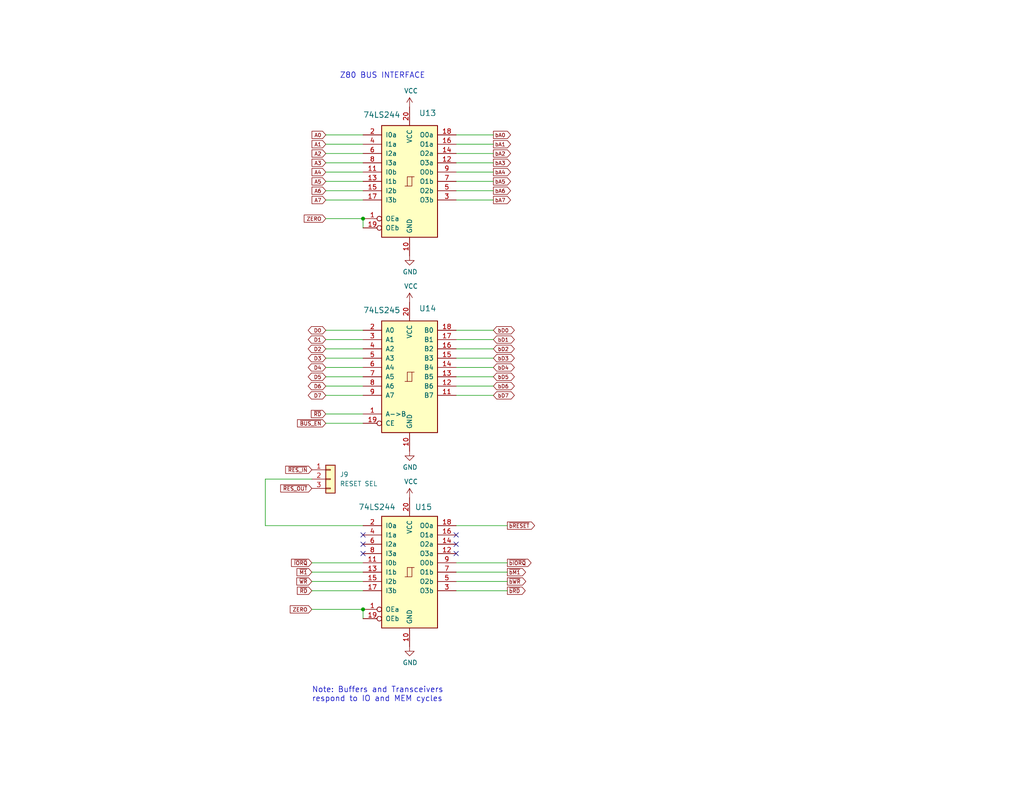
<source format=kicad_sch>
(kicad_sch (version 20211123) (generator eeschema)
  (paper "A")
  (lib_symbols
    (symbol "74xx:74LS244" (pin_names (offset 1.016))
      (property "Reference" "U" (at -7.62 16.51 0))
      (property "Value" "74LS244" (at -7.62 -16.51 0))
      (symbol "74LS244_1_0"
        (polyline (pts (xy -0.635 -1.27) (xy -0.635 1.27) (xy 0.635 1.27)))
        (polyline (pts (xy -1.27 -1.27) (xy 0.635 -1.27) (xy 0.635 1.27) (xy 1.27 1.27)))
        (pin input inverted (at -12.7 -10.16 0) (length 5.08) (name "OEa") (number "1"))
        (pin power_in line (at 0 -20.32 90) (length 5.08) (name "GND") (number "10"))
        (pin input line (at -12.7 2.54 0) (length 5.08) (name "I0b") (number "11"))
        (pin tri_state line (at 12.7 5.08 180) (length 5.08) (name "O3a") (number "12"))
        (pin input line (at -12.7 0 0) (length 5.08) (name "I1b") (number "13"))
        (pin tri_state line (at 12.7 7.62 180) (length 5.08) (name "O2a") (number "14"))
        (pin input line (at -12.7 -2.54 0) (length 5.08) (name "I2b") (number "15"))
        (pin tri_state line (at 12.7 10.16 180) (length 5.08) (name "O1a") (number "16"))
        (pin input line (at -12.7 -5.08 0) (length 5.08) (name "I3b") (number "17"))
        (pin tri_state line (at 12.7 12.7 180) (length 5.08) (name "O0a") (number "18"))
        (pin input inverted (at -12.7 -12.7 0) (length 5.08) (name "OEb") (number "19"))
        (pin input line (at -12.7 12.7 0) (length 5.08) (name "I0a") (number "2"))
        (pin power_in line (at 0 20.32 270) (length 5.08) (name "VCC") (number "20"))
        (pin tri_state line (at 12.7 -5.08 180) (length 5.08) (name "O3b") (number "3"))
        (pin input line (at -12.7 10.16 0) (length 5.08) (name "I1a") (number "4"))
        (pin tri_state line (at 12.7 -2.54 180) (length 5.08) (name "O2b") (number "5"))
        (pin input line (at -12.7 7.62 0) (length 5.08) (name "I2a") (number "6"))
        (pin tri_state line (at 12.7 0 180) (length 5.08) (name "O1b") (number "7"))
        (pin input line (at -12.7 5.08 0) (length 5.08) (name "I3a") (number "8"))
        (pin tri_state line (at 12.7 2.54 180) (length 5.08) (name "O0b") (number "9"))
      )
      (symbol "74LS244_1_1"
        (rectangle (start -7.62 15.24) (end 7.62 -15.24) (stroke (width 0.254)) (fill (type background)))
      )
    )
    (symbol "74xx:74LS245" (pin_names (offset 1.016))
      (property "Reference" "U" (at -7.62 16.51 0))
      (property "Value" "74LS245" (at -7.62 -16.51 0))
      (symbol "74LS245_1_0"
        (polyline (pts (xy -0.635 -1.27) (xy -0.635 1.27) (xy 0.635 1.27)))
        (polyline (pts (xy -1.27 -1.27) (xy 0.635 -1.27) (xy 0.635 1.27) (xy 1.27 1.27)))
        (pin input line (at -12.7 -10.16 0) (length 5.08) (name "A->B") (number "1"))
        (pin power_in line (at 0 -20.32 90) (length 5.08) (name "GND") (number "10"))
        (pin tri_state line (at 12.7 -5.08 180) (length 5.08) (name "B7") (number "11"))
        (pin tri_state line (at 12.7 -2.54 180) (length 5.08) (name "B6") (number "12"))
        (pin tri_state line (at 12.7 0 180) (length 5.08) (name "B5") (number "13"))
        (pin tri_state line (at 12.7 2.54 180) (length 5.08) (name "B4") (number "14"))
        (pin tri_state line (at 12.7 5.08 180) (length 5.08) (name "B3") (number "15"))
        (pin tri_state line (at 12.7 7.62 180) (length 5.08) (name "B2") (number "16"))
        (pin tri_state line (at 12.7 10.16 180) (length 5.08) (name "B1") (number "17"))
        (pin tri_state line (at 12.7 12.7 180) (length 5.08) (name "B0") (number "18"))
        (pin input inverted (at -12.7 -12.7 0) (length 5.08) (name "CE") (number "19"))
        (pin tri_state line (at -12.7 12.7 0) (length 5.08) (name "A0") (number "2"))
        (pin power_in line (at 0 20.32 270) (length 5.08) (name "VCC") (number "20"))
        (pin tri_state line (at -12.7 10.16 0) (length 5.08) (name "A1") (number "3"))
        (pin tri_state line (at -12.7 7.62 0) (length 5.08) (name "A2") (number "4"))
        (pin tri_state line (at -12.7 5.08 0) (length 5.08) (name "A3") (number "5"))
        (pin tri_state line (at -12.7 2.54 0) (length 5.08) (name "A4") (number "6"))
        (pin tri_state line (at -12.7 0 0) (length 5.08) (name "A5") (number "7"))
        (pin tri_state line (at -12.7 -2.54 0) (length 5.08) (name "A6") (number "8"))
        (pin tri_state line (at -12.7 -5.08 0) (length 5.08) (name "A7") (number "9"))
      )
      (symbol "74LS245_1_1"
        (rectangle (start -7.62 15.24) (end 7.62 -15.24) (stroke (width 0.254)) (fill (type background)))
      )
    )
    (symbol "Connector_Generic:Conn_01x03" (pin_names (offset 1.016) hide)
      (property "Reference" "J" (at 0 5.08 0))
      (property "Value" "Conn_01x03" (at 0 -5.08 0))
      (symbol "Conn_01x03_1_1"
        (rectangle (start -1.27 -2.413) (end 0 -2.667) (stroke (width 0.1524)))
        (rectangle (start -1.27 0.127) (end 0 -0.127) (stroke (width 0.1524)))
        (rectangle (start -1.27 2.667) (end 0 2.413) (stroke (width 0.1524)))
        (rectangle (start -1.27 3.81) (end 1.27 -3.81) (stroke (width 0.254)) (fill (type background)))
        (pin passive line (at -5.08 2.54 0) (length 3.81) (name "Pin_1") (number "1"))
        (pin passive line (at -5.08 0 0) (length 3.81) (name "Pin_2") (number "2"))
        (pin passive line (at -5.08 -2.54 0) (length 3.81) (name "Pin_3") (number "3"))
      )
    )
    (symbol "power:GND" (power) (pin_names (offset 0))
      (property "Value" "GND" (at 0 -3.81 0))
      (symbol "GND_0_1"
        (polyline (pts (xy 0 0) (xy 0 -1.27) (xy 1.27 -1.27) (xy 0 -2.54) (xy -1.27 -1.27) (xy 0 -1.27)))
      )
      (symbol "GND_1_1"
        (pin power_in line (at 0 0 270) (length 0) hide (name "GND") (number "1"))
      )
    )
    (symbol "power:VCC" (power) (pin_names (offset 0))
      (property "Value" "VCC" (at 0 3.81 0))
      (symbol "VCC_0_1"
        (polyline (pts (xy -0.762 1.27) (xy 0 2.54)))
        (polyline (pts (xy 0 0) (xy 0 2.54)))
        (polyline (pts (xy 0 2.54) (xy 0.762 1.27)))
      )
      (symbol "VCC_1_1"
        (pin power_in line (at 0 0 90) (length 0) hide (name "VCC") (number "1"))
      )
    )
  )
  (junction (at 99.06 166.37))
  (junction (at 99.06 59.69))
  (no_connect (at 99.06 148.59))
  (no_connect (at 99.06 146.05))
  (no_connect (at 124.46 146.05))
  (no_connect (at 124.46 151.13))
  (no_connect (at 124.46 148.59))
  (no_connect (at 99.06 151.13))
  (wire (pts (xy 124.46 46.99) (xy 134.62 46.99)))
  (wire (pts (xy 124.46 153.67) (xy 138.43 153.67)))
  (wire (pts (xy 124.46 90.17) (xy 134.62 90.17)))
  (wire (pts (xy 88.9 105.41) (xy 99.06 105.41)))
  (wire (pts (xy 124.46 52.07) (xy 134.62 52.07)))
  (wire (pts (xy 99.06 166.37) (xy 99.06 168.91)))
  (wire (pts (xy 85.09 156.21) (xy 99.06 156.21)))
  (wire (pts (xy 88.9 113.03) (xy 99.06 113.03)))
  (wire (pts (xy 88.9 49.53) (xy 99.06 49.53)))
  (wire (pts (xy 88.9 92.71) (xy 99.06 92.71)))
  (wire (pts (xy 88.9 39.37) (xy 99.06 39.37)))
  (wire (pts (xy 124.46 54.61) (xy 134.62 54.61)))
  (wire (pts (xy 88.9 102.87) (xy 99.06 102.87)))
  (wire (pts (xy 124.46 143.51) (xy 138.43 143.51)))
  (wire (pts (xy 88.9 52.07) (xy 99.06 52.07)))
  (wire (pts (xy 88.9 54.61) (xy 99.06 54.61)))
  (wire (pts (xy 88.9 90.17) (xy 99.06 90.17)))
  (wire (pts (xy 88.9 95.25) (xy 99.06 95.25)))
  (wire (pts (xy 124.46 97.79) (xy 134.62 97.79)))
  (wire (pts (xy 88.9 100.33) (xy 99.06 100.33)))
  (wire (pts (xy 124.46 36.83) (xy 134.62 36.83)))
  (wire (pts (xy 85.09 153.67) (xy 99.06 153.67)))
  (wire (pts (xy 88.9 41.91) (xy 99.06 41.91)))
  (wire (pts (xy 124.46 92.71) (xy 134.62 92.71)))
  (wire (pts (xy 124.46 161.29) (xy 138.43 161.29)))
  (wire (pts (xy 88.9 107.95) (xy 99.06 107.95)))
  (wire (pts (xy 88.9 36.83) (xy 99.06 36.83)))
  (wire (pts (xy 88.9 44.45) (xy 99.06 44.45)))
  (wire (pts (xy 72.39 143.51) (xy 99.06 143.51)))
  (wire (pts (xy 124.46 107.95) (xy 134.62 107.95)))
  (wire (pts (xy 124.46 102.87) (xy 134.62 102.87)))
  (wire (pts (xy 85.09 158.75) (xy 99.06 158.75)))
  (wire (pts (xy 85.09 166.37) (xy 99.06 166.37)))
  (wire (pts (xy 88.9 115.57) (xy 99.06 115.57)))
  (wire (pts (xy 72.39 130.81) (xy 72.39 143.51)))
  (wire (pts (xy 124.46 41.91) (xy 134.62 41.91)))
  (wire (pts (xy 124.46 158.75) (xy 138.43 158.75)))
  (wire (pts (xy 88.9 46.99) (xy 99.06 46.99)))
  (wire (pts (xy 124.46 39.37) (xy 134.62 39.37)))
  (wire (pts (xy 124.46 95.25) (xy 134.62 95.25)))
  (wire (pts (xy 88.9 97.79) (xy 99.06 97.79)))
  (wire (pts (xy 124.46 100.33) (xy 134.62 100.33)))
  (wire (pts (xy 72.39 130.81) (xy 85.09 130.81)))
  (wire (pts (xy 99.06 62.23) (xy 99.06 59.69)))
  (wire (pts (xy 88.9 59.69) (xy 99.06 59.69)))
  (wire (pts (xy 85.09 161.29) (xy 99.06 161.29)))
  (wire (pts (xy 124.46 49.53) (xy 134.62 49.53)))
  (wire (pts (xy 124.46 105.41) (xy 134.62 105.41)))
  (wire (pts (xy 124.46 44.45) (xy 134.62 44.45)))
  (wire (pts (xy 124.46 156.21) (xy 138.43 156.21)))
  (text "Z80 BUS INTERFACE" (at 92.71 21.59 0) (effects (font (size 1.524 1.524)) (justify left bottom)))
  (text "Note: Buffers and Transceivers\nrespond to IO and MEM cycles" (at 85.09 191.77 0) (effects (font (size 1.524 1.524)) (justify left bottom)))
  (global_label "bD5" (shape bidirectional) (at 134.62 102.87 0) (effects (font (size 1.016 1.016))) (property "Intersheet References" "${INTERSHEET_REFS}" (effects hide)))
  (global_label "~{RES_OUT}" (shape input) (at 85.09 133.35 180) (effects (font (size 1.016 1.016))) (property "Intersheet References" "${INTERSHEET_REFS}" (effects hide)))
  (global_label "bA4" (shape output) (at 134.62 46.99 0) (effects (font (size 1.016 1.016))) (property "Intersheet References" "${INTERSHEET_REFS}" (effects hide)))
  (global_label "D4" (shape bidirectional) (at 88.9 100.33 180) (effects (font (size 1.016 1.016))) (property "Intersheet References" "${INTERSHEET_REFS}" (effects hide)))
  (global_label "~{RES_IN}" (shape input) (at 85.09 128.27 180) (effects (font (size 1.016 1.016))) (property "Intersheet References" "${INTERSHEET_REFS}" (effects hide)))
  (global_label "~{bWR}" (shape output) (at 138.43 158.75 0) (effects (font (size 1.016 1.016))) (property "Intersheet References" "${INTERSHEET_REFS}" (effects hide)))
  (global_label "~{bRESET}" (shape output) (at 138.43 143.51 0) (effects (font (size 1.016 1.016))) (property "Intersheet References" "${INTERSHEET_REFS}" (effects hide)))
  (global_label "~{bIORQ}" (shape output) (at 138.43 153.67 0) (effects (font (size 1.016 1.016))) (property "Intersheet References" "${INTERSHEET_REFS}" (effects hide)))
  (global_label "~{WR}" (shape input) (at 85.09 158.75 180) (effects (font (size 1.016 1.016))) (property "Intersheet References" "${INTERSHEET_REFS}" (effects hide)))
  (global_label "bA3" (shape output) (at 134.62 44.45 0) (effects (font (size 1.016 1.016))) (property "Intersheet References" "${INTERSHEET_REFS}" (effects hide)))
  (global_label "D3" (shape bidirectional) (at 88.9 97.79 180) (effects (font (size 1.016 1.016))) (property "Intersheet References" "${INTERSHEET_REFS}" (effects hide)))
  (global_label "ZERO" (shape input) (at 85.09 166.37 180) (effects (font (size 1.016 1.016))) (property "Intersheet References" "${INTERSHEET_REFS}" (effects hide)))
  (global_label "bD2" (shape bidirectional) (at 134.62 95.25 0) (effects (font (size 1.016 1.016))) (property "Intersheet References" "${INTERSHEET_REFS}" (effects hide)))
  (global_label "~{BUS_EN}" (shape input) (at 88.9 115.57 180) (effects (font (size 1.016 1.016))) (property "Intersheet References" "${INTERSHEET_REFS}" (effects hide)))
  (global_label "A7" (shape input) (at 88.9 54.61 180) (effects (font (size 1.016 1.016))) (property "Intersheet References" "${INTERSHEET_REFS}" (effects hide)))
  (global_label "A1" (shape input) (at 88.9 39.37 180) (effects (font (size 1.016 1.016))) (property "Intersheet References" "${INTERSHEET_REFS}" (effects hide)))
  (global_label "bD7" (shape bidirectional) (at 134.62 107.95 0) (effects (font (size 1.016 1.016))) (property "Intersheet References" "${INTERSHEET_REFS}" (effects hide)))
  (global_label "D6" (shape bidirectional) (at 88.9 105.41 180) (effects (font (size 1.016 1.016))) (property "Intersheet References" "${INTERSHEET_REFS}" (effects hide)))
  (global_label "~{bRD}" (shape output) (at 138.43 161.29 0) (effects (font (size 1.016 1.016))) (property "Intersheet References" "${INTERSHEET_REFS}" (effects hide)))
  (global_label "ZERO" (shape input) (at 88.9 59.69 180) (effects (font (size 1.016 1.016))) (property "Intersheet References" "${INTERSHEET_REFS}" (effects hide)))
  (global_label "~{IORQ}" (shape input) (at 85.09 153.67 180) (effects (font (size 1.016 1.016))) (property "Intersheet References" "${INTERSHEET_REFS}" (effects hide)))
  (global_label "bA0" (shape output) (at 134.62 36.83 0) (effects (font (size 1.016 1.016))) (property "Intersheet References" "${INTERSHEET_REFS}" (effects hide)))
  (global_label "~{M1}" (shape input) (at 85.09 156.21 180) (effects (font (size 1.016 1.016))) (property "Intersheet References" "${INTERSHEET_REFS}" (effects hide)))
  (global_label "D1" (shape bidirectional) (at 88.9 92.71 180) (effects (font (size 1.016 1.016))) (property "Intersheet References" "${INTERSHEET_REFS}" (effects hide)))
  (global_label "bA6" (shape output) (at 134.62 52.07 0) (effects (font (size 1.016 1.016))) (property "Intersheet References" "${INTERSHEET_REFS}" (effects hide)))
  (global_label "D5" (shape bidirectional) (at 88.9 102.87 180) (effects (font (size 1.016 1.016))) (property "Intersheet References" "${INTERSHEET_REFS}" (effects hide)))
  (global_label "bD3" (shape bidirectional) (at 134.62 97.79 0) (effects (font (size 1.016 1.016))) (property "Intersheet References" "${INTERSHEET_REFS}" (effects hide)))
  (global_label "A2" (shape input) (at 88.9 41.91 180) (effects (font (size 1.016 1.016))) (property "Intersheet References" "${INTERSHEET_REFS}" (effects hide)))
  (global_label "A4" (shape input) (at 88.9 46.99 180) (effects (font (size 1.016 1.016))) (property "Intersheet References" "${INTERSHEET_REFS}" (effects hide)))
  (global_label "D2" (shape bidirectional) (at 88.9 95.25 180) (effects (font (size 1.016 1.016))) (property "Intersheet References" "${INTERSHEET_REFS}" (effects hide)))
  (global_label "bA2" (shape output) (at 134.62 41.91 0) (effects (font (size 1.016 1.016))) (property "Intersheet References" "${INTERSHEET_REFS}" (effects hide)))
  (global_label "bA1" (shape output) (at 134.62 39.37 0) (effects (font (size 1.016 1.016))) (property "Intersheet References" "${INTERSHEET_REFS}" (effects hide)))
  (global_label "bA7" (shape output) (at 134.62 54.61 0) (effects (font (size 1.016 1.016))) (property "Intersheet References" "${INTERSHEET_REFS}" (effects hide)))
  (global_label "bD4" (shape bidirectional) (at 134.62 100.33 0) (effects (font (size 1.016 1.016))) (property "Intersheet References" "${INTERSHEET_REFS}" (effects hide)))
  (global_label "D7" (shape bidirectional) (at 88.9 107.95 180) (effects (font (size 1.016 1.016))) (property "Intersheet References" "${INTERSHEET_REFS}" (effects hide)))
  (global_label "~{RD}" (shape input) (at 88.9 113.03 180) (effects (font (size 1.016 1.016))) (property "Intersheet References" "${INTERSHEET_REFS}" (effects hide)))
  (global_label "~{RD}" (shape input) (at 85.09 161.29 180) (effects (font (size 1.016 1.016))) (property "Intersheet References" "${INTERSHEET_REFS}" (effects hide)))
  (global_label "A3" (shape input) (at 88.9 44.45 180) (effects (font (size 1.016 1.016))) (property "Intersheet References" "${INTERSHEET_REFS}" (effects hide)))
  (global_label "bD1" (shape bidirectional) (at 134.62 92.71 0) (effects (font (size 1.016 1.016))) (property "Intersheet References" "${INTERSHEET_REFS}" (effects hide)))
  (global_label "A6" (shape input) (at 88.9 52.07 180) (effects (font (size 1.016 1.016))) (property "Intersheet References" "${INTERSHEET_REFS}" (effects hide)))
  (global_label "~{bM1}" (shape output) (at 138.43 156.21 0) (effects (font (size 1.016 1.016))) (property "Intersheet References" "${INTERSHEET_REFS}" (effects hide)))
  (global_label "bD6" (shape bidirectional) (at 134.62 105.41 0) (effects (font (size 1.016 1.016))) (property "Intersheet References" "${INTERSHEET_REFS}" (effects hide)))
  (global_label "bA5" (shape output) (at 134.62 49.53 0) (effects (font (size 1.016 1.016))) (property "Intersheet References" "${INTERSHEET_REFS}" (effects hide)))
  (global_label "A5" (shape input) (at 88.9 49.53 180) (effects (font (size 1.016 1.016))) (property "Intersheet References" "${INTERSHEET_REFS}" (effects hide)))
  (global_label "D0" (shape bidirectional) (at 88.9 90.17 180) (effects (font (size 1.016 1.016))) (property "Intersheet References" "${INTERSHEET_REFS}" (effects hide)))
  (global_label "A0" (shape input) (at 88.9 36.83 180) (effects (font (size 1.016 1.016))) (property "Intersheet References" "${INTERSHEET_REFS}" (effects hide)))
  (global_label "bD0" (shape bidirectional) (at 134.62 90.17 0) (effects (font (size 1.016 1.016))) (property "Intersheet References" "${INTERSHEET_REFS}" (effects hide)))
  (symbol (lib_id "74xx:74LS245") (at 111.76 102.87 0) (unit 1)
    (property "Reference" "U14" (at 114.3 85.09 0) (effects (font (size 1.524 1.524)) (justify left bottom)))
    (property "Value" "74LS245" (at 99.06 83.82 0) (effects (font (size 1.524 1.524)) (justify left top)))
    (property "Footprint" "Package_DIP:DIP-20_W7.62mm_Socket" (effects hide))
    (property "Datasheet" "http://www.ti.com/lit/gpn/sn74LS245" (effects hide))
  )
  (symbol (lib_id "power:VCC") (at 111.76 29.21 0) (unit 1)
    (property "Reference" "#PWR037" (effects hide))
    (property "Value" "VCC" (at 112.141 24.8158 0))
  )
  (symbol (lib_id "power:GND") (at 111.76 69.85 0) (unit 1)
    (property "Reference" "#PWR038" (effects hide))
    (property "Value" "GND" (at 111.887 74.2442 0))
  )
  (symbol (lib_id "power:VCC") (at 111.76 82.55 0) (unit 1)
    (property "Reference" "#PWR039" (effects hide))
    (property "Value" "VCC" (at 112.141 78.1558 0))
  )
  (symbol (lib_id "power:VCC") (at 111.76 135.89 0) (unit 1)
    (property "Reference" "#PWR041" (effects hide))
    (property "Value" "VCC" (at 112.141 131.4958 0))
  )
  (symbol (lib_id "power:GND") (at 111.76 123.19 0) (unit 1)
    (property "Reference" "#PWR040" (effects hide))
    (property "Value" "GND" (at 111.887 127.5842 0))
  )
  (symbol (lib_id "power:GND") (at 111.76 176.53 0) (unit 1)
    (property "Reference" "#PWR042" (effects hide))
    (property "Value" "GND" (at 111.887 180.9242 0))
  )
  (symbol (lib_id "74xx:74LS244") (at 111.76 156.21 0) (unit 1)
    (property "Reference" "U15" (at 115.57 138.43 0) (effects (font (size 1.524 1.524))))
    (property "Value" "74LS244" (at 102.87 138.43 0) (effects (font (size 1.524 1.524))))
    (property "Footprint" "Package_DIP:DIP-20_W7.62mm_Socket" (effects hide))
    (property "Datasheet" "http://www.ti.com/lit/ds/symlink/sn74ls244.pdf" (effects hide))
  )
  (symbol (lib_id "74xx:74LS244") (at 111.76 49.53 0) (unit 1)
    (property "Reference" "U13" (at 114.3 31.75 0) (effects (font (size 1.524 1.524)) (justify left bottom)))
    (property "Value" "74LS244" (at 99.06 30.48 0) (effects (font (size 1.524 1.524)) (justify left top)))
    (property "Footprint" "Package_DIP:DIP-20_W7.62mm_Socket" (effects hide))
    (property "Datasheet" "http://www.ti.com/lit/ds/symlink/sn74ls244.pdf" (effects hide))
  )
  (symbol (lib_id "Connector_Generic:Conn_01x03") (at 90.17 130.81 0) (unit 1)
    (property "Reference" "J9" (at 92.71 129.5399 0) (effects (justify left)))
    (property "Value" "RESET SEL" (at 92.71 132.0799 0) (effects (justify left)))
    (property "Footprint" "Connector_PinHeader_2.54mm:PinHeader_1x03_P2.54mm_Vertical" (effects hide))
  )
)
</source>
